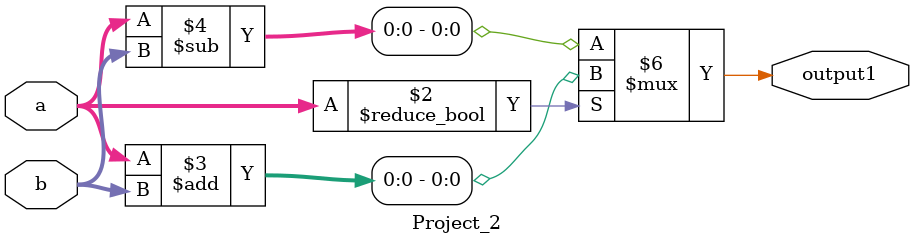
<source format=v>
`timescale 1ns / 1ps

module Project_2(
    input wire [3:0] a,
    input wire [3:0] b,
    output reg output1
    );
    
    always @(*) begin
    
    if(a) 
    
    output1 = a + b;
    
    
    else
   
    output1 = a - b;
    
    end
       
endmodule

</source>
